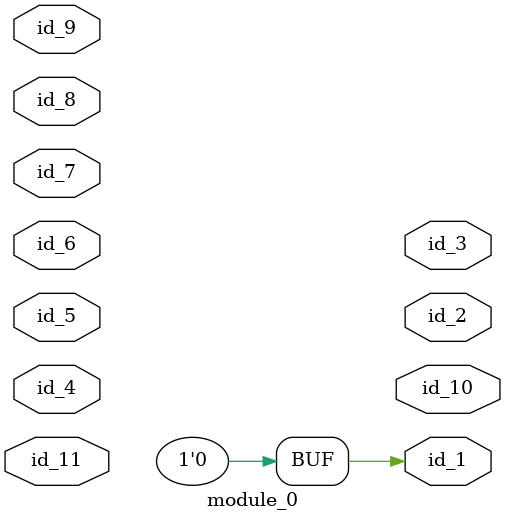
<source format=v>
`define pp_11 0
module module_0 (
    id_1,
    id_2,
    id_3,
    id_4,
    id_5,
    id_6,
    id_7,
    id_8,
    id_9,
    id_10,
    id_11
);
  inout id_11;
  output id_10;
  input id_9;
  input id_8;
  input id_7;
  input id_6;
  inout id_5;
  inout id_4;
  output id_3;
  output id_2;
  output id_1;
  assign id_1 = 1'h0;
endmodule

</source>
